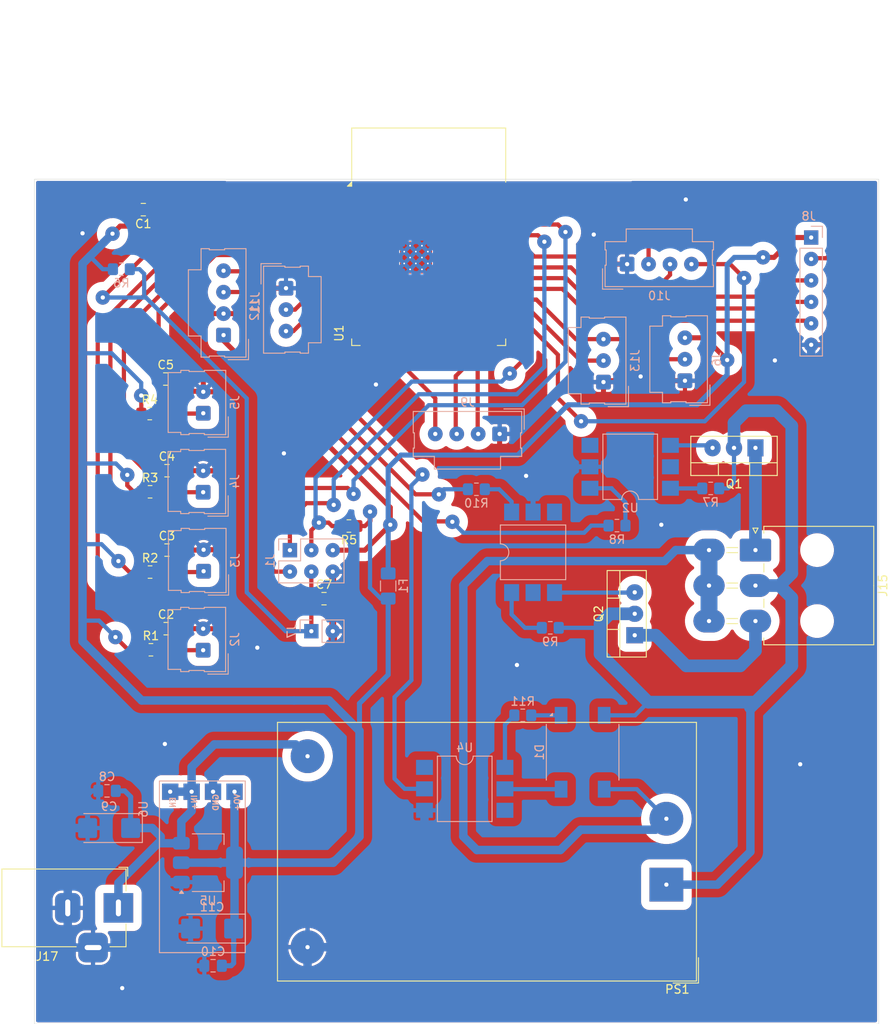
<source format=kicad_pcb>
(kicad_pcb (version 20240108) (generator "pcbnew") (generator_version "8.0")
  (layers (0 "F.Cu" signal) (31 "B.Cu" signal) (34 "B.Paste" user) (35 "F.Paste" user) (36 "B.SilkS" user "B.Silkscreen") (37 "F.SilkS" user "F.Silkscreen") (38 "B.Mask" user) (39 "F.Mask" user) (44 "Edge.Cuts" user))
  (net 0 "")
  (net 1 "+3.3V")
  (net 2 "GND")
  (net 3 "/In1")
  (net 4 "/In2")
  (net 5 "/In3")
  (net 6 "/In4")
  (net 7 "/EN")
  (net 8 "Net-(PS1-+Vout)")
  (net 9 "/NEUTRO")
  (net 10 "Net-(D1--)")
  (net 11 "/FASE")
  (net 12 "/380V")
  (net 13 "/D_led")
  (net 14 "+3.3V_fused")
  (net 15 "/DTR")
  (net 16 "/TXD0")
  (net 17 "/RXD0")
  (net 18 "/CE")
  (net 19 "/CLK")
  (net 20 "/MOSI")
  (net 21 "/MISO")
  (net 22 "/IN_A_N")
  (net 23 "/IN_A_P")
  (net 24 "/EN_A")
  (net 25 "/IN_B_N")
  (net 26 "/EN_B")
  (net 27 "/IN_B_P")
  (net 28 "/SDA")
  (net 29 "/SCL")
  (net 30 "/DAC_P")
  (net 31 "/RX2")
  (net 32 "Net-(Q1-G)")
  (net 33 "Net-(Q2-G)")
  (net 34 "Net-(R7-Pad1)")
  (net 35 "Net-(R8-Pad2)")
  (net 36 "/TRIAC_A")
  (net 37 "Net-(R9-Pad1)")
  (net 38 "Net-(R10-Pad2)")
  (net 39 "/TRIAC_B")
  (net 40 "Net-(R11-Pad2)")
  (net 41 "/DAC_N")
  (net 54 "/ZERO")
  (net 56 "Net-(J15-Pin_1)")
  (net 57 "Net-(J15-Pin_3)")
  (footprint "Resistor_SMD:R_0805_2012Metric_Pad1.20x1.40mm_HandSolder" (layer "F.Cu") (at 113.7 91.5)
    (property "Reference" "R2")
    (property "Value" "10K")
  )
  (footprint "Capacitor_SMD:C_0805_2012Metric_Pad1.18x1.45mm_HandSolder" (layer "F.Cu") (at 115.55 68.65)
    (property "Reference" "C5")
    (property "Value" "100nF")
  )
  (footprint "Package_TO_SOT_THT:TO-220-3_Vertical" (layer "F.Cu") (at 185.4 76.8 180)
    (property "Reference" "Q1")
    (property "Value" "BTA16-800B")
  )
  (footprint "Package_TO_SOT_THT:TO-220-3_Vertical" (layer "F.Cu") (at 171.1 98.98 90)
    (property "Reference" "Q2")
    (property "Value" "BTA16-800B")
  )
  (footprint "Capacitor_SMD:C_0805_2012Metric_Pad1.18x1.45mm_HandSolder" (layer "F.Cu") (at 112.9 48.6 180)
    (property "Reference" "C1")
    (property "Value" "10uF")
  )
  (footprint "Resistor_SMD:R_0805_2012Metric_Pad1.20x1.40mm_HandSolder" (layer "F.Cu") (at 113.8 100.7)
    (property "Reference" "R1")
    (property "Value" "10K")
  )
  (footprint "Capacitor_SMD:C_0805_2012Metric_Pad1.18x1.45mm_HandSolder" (layer "F.Cu") (at 134.3 94.65)
    (property "Reference" "C7")
    (property "Value" "100nF")
  )
  (footprint "Connector_BarrelJack:BarrelJack_Horizontal" (layer "F.Cu") (at 109.95 131.25)
    (property "Reference" "J17")
    (property "Value" "In12V")
  )
  (footprint "Resistor_SMD:R_0805_2012Metric_Pad1.20x1.40mm_HandSolder" (layer "F.Cu") (at 137.25 86.05 180)
    (property "Reference" "R5")
    (property "Value" "10K")
  )
  (footprint "RF_Module:ESP32-WROOM-32D" (layer "F.Cu") (at 146.7 54.8)
    (property "Reference" "U1")
    (property "Value" "ESP32-WROOM-32D")
  )
  (footprint "Resistor_SMD:R_0805_2012Metric_Pad1.20x1.40mm_HandSolder" (layer "F.Cu") (at 113.6625 72.74)
    (property "Reference" "R4")
    (property "Value" "10K")
  )
  (footprint "Connector_Molex:Molex_Mini-Fit_Jr_5569-06A2_2x03_P4.20mm_Horizontal" (layer "F.Cu") (at 185.4 88.9 -90)
    (property "Reference" "J15")
    (property "Value" "TRIAC_220VAC")
  )
  (footprint "Resistor_SMD:R_0805_2012Metric_Pad1.20x1.40mm_HandSolder" (layer "F.Cu") (at 113.7 82)
    (property "Reference" "R3")
    (property "Value" "10K")
  )
  (footprint "Converter_ACDC:Converter_ACDC_Hi-Link_HLK-10Mxx" (layer "F.Cu") (at 174.85 128.5 180)
    (property "Reference" "PS1")
    (property "Value" "HLK-10M05")
  )
  (footprint "Capacitor_SMD:C_0805_2012Metric_Pad1.18x1.45mm_HandSolder" (layer "F.Cu") (at 115.6 98.2)
    (property "Reference" "C2")
    (property "Value" "100nF")
  )
  (footprint "Capacitor_SMD:C_0805_2012Metric_Pad1.18x1.45mm_HandSolder" (layer "F.Cu") (at 115.7 88.9)
    (property "Reference" "C3")
    (property "Value" "100nF")
  )
  (footprint "Capacitor_SMD:C_0805_2012Metric_Pad1.18x1.45mm_HandSolder" (layer "F.Cu") (at 115.7 79.5)
    (property "Reference" "C4")
    (property "Value" "100nF")
  )
  (footprint "Capacitor_SMD:C_0805_2012Metric_Pad1.18x1.45mm_HandSolder" (layer "B.Cu") (at 121.1625 138.1 180)
    (property "Reference" "C10")
    (property "Value" "100nF")
  )
  (footprint "Resistor_SMD:R_0805_2012Metric_Pad1.20x1.40mm_HandSolder" (layer "B.Cu") (at 169 86)
    (property "Reference" "R8")
    (property "Value" "220")
  )
  (footprint "Connector_Molex:Molex_SL_171971-0003_1x03_P2.54mm_Vertical" (layer "B.Cu") (at 177.05 68.85 90)
    (property "Reference" "J6")
    (property "Value" "LED")
  )
  (footprint "Package_DIP:SMDIP-6_W9.53mm" (layer "B.Cu") (at 150.965 117.16 180)
    (property "Reference" "U4")
    (property "Value" "4N25")
  )
  (footprint "Connector_Molex:Molex_SL_171971-0002_1x02_P2.54mm_Vertical" (layer "B.Cu") (at 120.0375 91.4 90)
    (property "Reference" "J3")
    (property "Value" "Input2")
  )
  (footprint "Connector_Molex:Molex_SL_171971-0004_1x04_P2.54mm_Vertical" (layer "B.Cu") (at 122.4 63.45 90)
    (property "Reference" "J11")
    (property "Value" "I2C")
  )
  (footprint "Connector_Molex:Molex_SL_171971-0004_1x04_P2.54mm_Vertical" (layer "B.Cu") (at 155.1 75.15 180)
    (property "Reference" "J9")
    (property "Value" "Motor_A")
  )
  (footprint "Package_TO_SOT_SMD:SOT-223-3_TabPin2" (layer "B.Cu") (at 120.55 125.9)
    (property "Reference" "U5")
    (property "Value" "AMS1117-3.3")
  )
  (footprint "Resistor_SMD:R_0805_2012Metric_Pad1.20x1.40mm_HandSolder" (layer "B.Cu") (at 152.35 81.7)
    (property "Reference" "R10")
    (property "Value" "220")
  )
  (footprint "Connector_Molex:Molex_SL_171971-0004_1x04_P2.54mm_Vertical" (layer "B.Cu") (at 170.2 55.05)
    (property "Reference" "J10")
    (property "Value" "Motor_B")
  )
  (footprint "Connector_Molex:Molex_SL_171971-0002_1x02_P2.54mm_Vertical" (layer "B.Cu") (at 119.9875 100.75 90)
    (property "Reference" "J2")
    (property "Value" "Input1")
  )
  (footprint "Fuse:Fuse_1206_3216Metric_Pad1.42x1.75mm_HandSolder" (layer "B.Cu") (at 141.9 93.15 90)
    (property "Reference" "F1")
    (property "Value" "500mA")
  )
  (footprint "Capacitor_SMD:C_0805_2012Metric_Pad1.18x1.45mm_HandSolder" (layer "B.Cu") (at 108.6 117.4 180)
    (property "Reference" "C8")
    (property "Value" "100nF")
  )
  (footprint "Connector_Molex:Molex_SL_171971-0002_1x02_P2.54mm_Vertical" (layer "B.Cu") (at 120 72.7 90)
    (property "Reference" "J5")
    (property "Value" "Input4")
  )
  (footprint "Diode_SMD:Diode_Bridge_Vishay_DFS" (layer "B.Cu") (at 164.93 112.83 -90)
    (property "Reference" "D1")
    (property "Value" "MBL108S")
  )
  (footprint "Resistor_SMD:R_0805_2012Metric_Pad1.20x1.40mm_HandSolder" (layer "B.Cu") (at 157.84 108.46 180)
    (property "Reference" "R11")
    (property "Value" "120K")
  )
  (footprint "v0.1:HW-613" (layer "B.Cu") (at 124.97 116.23 -90)
    (property "Reference" "U6")
    (property "Value" "HW-613")
  )
  (footprint "Connector_Molex:Molex_SL_171971-0002_1x02_P2.54mm_Vertical" (layer "B.Cu") (at 119.9875 82.05 90)
    (property "Reference" "J4")
    (property "Value" "Input3")
  )
  (footprint "Resistor_SMD:R_0805_2012Metric_Pad1.20x1.40mm_HandSolder" (layer "B.Cu") (at 180.1 81.6)
    (property "Reference" "R7")
    (property "Value" "1K")
  )
  (footprint "Resistor_SMD:R_0805_2012Metric_Pad1.20x1.40mm_HandSolder" (layer "B.Cu") (at 110.3 55.65)
    (property "Reference" "R6")
    (property "Value" "10K")
  )
  (footprint "Package_DIP:SMDIP-6_W9.53mm" (layer "B.Cu") (at 159.06 89.165 -90)
    (property "Reference" "U3" (hide yes))
    (property "Value" "MOC3041M")
  )
  (footprint "Resistor_SMD:R_0805_2012Metric_Pad1.20x1.40mm_HandSolder" (layer "B.Cu") (at 161.1 98.1)
    (property "Reference" "R9")
    (property "Value" "1K")
  )
  (footprint "Connector_Molex:Molex_SL_171971-0003_1x03_P2.54mm_Vertical" (layer "B.Cu") (at 129.8 57.9 -90)
    (property "Reference" "J12")
    (property "Value" "DAC")
  )
  (footprint "Package_DIP:SMDIP-6_W9.53mm" (layer "B.Cu") (at 170.565 79.04)
    (property "Reference" "U2")
    (property "Value" "MOC3041M")
  )
  (footprint "Connector_PinHeader_2.54mm:PinHeader_2x03_P2.54mm_Vertical" (layer "B.Cu") (at 130.26 88.91 -90)
    (property "Reference" "J1")
    (property "Value" "PROG")
  )
  (footprint "Connector_PinHeader_2.54mm:PinHeader_1x02_P2.54mm_Vertical" (layer "B.Cu") (at 132.8 98.5 -90)
    (property "Reference" "J7")
    (property "Value" "Reset")
  )
  (footprint "Connector_Molex:Molex_SL_171971-0003_1x03_P2.54mm_Vertical" (layer "B.Cu") (at 167.4 69.01 90)
    (property "Reference" "J13")
    (property "Value" "UART2")
  )
  (footprint "Connector_PinHeader_2.54mm:PinHeader_1x06_P2.54mm_Vertical" (layer "B.Cu") (at 192 51.9 180)
    (property "Reference" "J8")
    (property "Value" "SPI")
  )
  (footprint "Capacitor_Tantalum_SMD:CP_EIA-6032-28_Kemet-C_Pad2.25x2.35mm_HandSolder" (layer "B.Cu") (at 108.85 121.8 180)
    (property "Reference" "C9")
    (property "Value" "47uFxx35V")
  )
  (footprint "Capacitor_Tantalum_SMD:CP_EIA-6032-28_Kemet-C_Pad2.25x2.35mm_HandSolder" (layer "B.Cu") (at 121.05 133.7 180)
    (property "Reference" "C11")
    (property "Value" "22uFx16V")
  )
  (gr_rect (start 136.6 45.55) (end 139.45 46.35) (stroke (width 0.2)) (fill solid) (layer "F.Cu") (net 2))
  (gr_rect (start 154.05 45.6) (end 156.9 46.4) (stroke (width 0.2)) (fill solid) (layer "F.Cu") (net 2))
  (gr_rect (start 100 45) (end 200 145) (stroke (width 0.05)) (fill none) (layer "Edge.Cuts"))
  (segment (start 112.6625 72.74) (end 112.6625 70.6125) (width 0.5) (layer "F.Cu") (net 1))
  (segment (start 117.48 47.82) (end 137.95 47.82) (width 0.6) (layer "F.Cu") (net 1))
  (segment (start 138.25 86.05) (end 139.15 86.05) (width 0.5) (layer "F.Cu") (net 1))
  (segment (start 139.15 86.05) (end 139.75 85.45) (width 0.5) (layer "F.Cu") (net 1))
  (segment (start 112.8 100.7) (end 111.1 100.7) (width 0.5) (layer "F.Cu") (net 1))
  (segment (start 112.7 91.5) (end 111.25 91.5) (width 0.5) (layer "F.Cu") (net 1))
  (segment (start 112.6625 70.6125) (end 112.65 70.6) (width 0.5) (layer "F.Cu") (net 1))
  (segment (start 109.25 51.45) (end 110.15 50.55) (width 0.6) (layer "F.Cu") (net 1))
  (segment (start 139.75 85.45) (end 139.75 84.35) (width 0.6) (layer "F.Cu") (net 1))
  (segment (start 111 81.25) (end 111 80) (width 0.5) (layer "F.Cu") (net 1))
  (segment (start 114.75 50.55) (end 116.3 49) (width 0.6) (layer "F.Cu") (net 1))
  (segment (start 112.7 82) (end 111.75 82) (width 0.5) (layer "F.Cu") (net 1))
  (segment (start 110.15 50.55) (end 114.75 50.55) (width 0.6) (layer "F.Cu") (net 1))
  (segment (start 115.95 49.35) (end 115.2 48.6) (width 0.6) (layer "F.Cu") (net 1))
  (segment (start 111.75 82) (end 111 81.25) (width 0.5) (layer "F.Cu") (net 1))
  (segment (start 116.3 49) (end 117.48 47.82) (width 0.6) (layer "F.Cu") (net 1))
  (segment (start 115.2 48.6) (end 113.9375 48.6) (width 0.6) (layer "F.Cu") (net 1))
  (segment (start 111.1 100.7) (end 109.6 99.2) (width 0.5) (layer "F.Cu") (net 1))
  (segment (start 111.25 91.5) (end 109.95 90.2) (width 0.5) (layer "F.Cu") (net 1))
  (via (at 109.95 90.2) (size 1.7) (drill 0.5) (layers "F.Cu" "B.Cu") (net 1))
  (via (at 112.65 70.6) (size 1.7) (drill 0.5) (layers "F.Cu" "B.Cu") (net 1))
  (via (at 109.6 99.2) (size 1.7) (drill 0.5) (layers "F.Cu" "B.Cu") (net 1))
  (via (at 111 80) (size 1.7) (drill 0.5) (layers "F.Cu" "B.Cu") (net 1))
  (via (at 109.25 51.45) (size 1.7) (drill 0.5) (layers "F.Cu" "B.Cu") (net 1))
  (via (at 139.75 84.35) (size 1.7) (drill 0.5) (layers "F.Cu" "B.Cu") (net 1))
  (segment (start 138.5 110.3) (end 138.5 107.05) (width 0.6) (layer "B.Cu") (net 1))
  (segment (start 105.7 55) (end 106.575 54.125) (width 1) (layer "B.Cu") (net 1))
  (segment (start 141.025001 94.6375) (end 139.75 93.362499) (width 0.5) (layer "B.Cu") (net 1))
  (segment (start 109.15 65.6) (end 105.7 65.6) (width 0.5) (layer "B.Cu") (net 1))
  (segment (start 141.9 94.6375) (end 141.025001 94.6375) (width 0.5) (layer "B.Cu") (net 1))
  (segment (start 112.65 69.1) (end 109.15 65.6) (width 0.5) (layer "B.Cu") (net 1))
  (segment (start 107.65 97.25) (end 105.7 97.25) (width 0.5) (layer "B.Cu") (net 1))
  (segment (start 105.7 78.65) (end 109.65 78.65) (width 0.5) (layer "B.Cu") (net 1))
  (segment (start 123.7 125.9) (end 123.7 117.5) (width 1) (layer "B.Cu") (net 1))
  (segment (start 134.9 106.7) (end 138.5 110.3) (width 1) (layer "B.Cu") (net 1))
  (segment (start 117.4 125.9) (end 123.7 125.9) (width 1) (layer "B.Cu") (net 1))
  (segment (start 109.3 55.65) (end 108.1 55.65) (width 0.5) (layer "B.Cu") (net 1))
  (segment (start 139.75 93.362499) (end 139.75 84.35) (width 0.5) (layer "B.Cu") (net 1))
  (segment (start 106.575 54.125) (end 108.225001 52.474999) (width 1) (layer "B.Cu") (net 1))
  (segment (start 105.7 65.6) (end 105.7 55) (width 1) (layer "B.Cu") (net 1))
  (segment (start 108.1 55.65) (end 106.575 54.125) (width 0.5) (layer "B.Cu") (net 1))
  (segment (start 105.7 78.65) (end 105.7 88.2) (width 1) (layer "B.Cu") (net 1))
  (segment (start 135.4 125.9) (end 123.7 125.9) (width 1) (layer "B.Cu") (net 1))
  (segment (start 109.25 51.45) (end 108.225001 52.474999) (width 1) (layer "B.Cu") (net 1))
  (segment (start 130.75 106.7) (end 134.9 106.7) (width 1) (layer "B.Cu") (net 1))
  (segment (start 105.7 65.6) (end 105.7 78.65) (width 1) (layer "B.Cu") (net 1))
  (segment (start 112.65 70.6) (end 112.65 69.1) (width 0.5) (layer "B.Cu") (net 1))
  (segment (start 105.7 97.25) (end 105.7 99.7) (width 1) (layer "B.Cu") (net 1))
  (segment (start 122.2 138.1) (end 123.3 138.1) (width 0.6) (layer "B.Cu") (net 1))
  (segment (start 109.6 99.2) (end 107.65 97.25) (width 0.5) (layer "B.Cu") (net 1))
  (segment (start 123.7 133.6) (end 123.6 133.7) (width 1) (layer "B.Cu") (net 1))
  (segment (start 138.5 122.8) (end 135.4 125.9) (width 1) (layer "B.Cu") (net 1))
  (segment (start 109.65 78.65) (end 111 80) (width 0.5) (layer "B.Cu") (net 1))
  (segment (start 107.95 88.2) (end 109.95 90.2) (width 0.5) (layer "B.Cu") (net 1))
  (segment (start 123.7 125.9) (end 123.7 133.6) (width 1) (layer "B.Cu") (net 1))
  (segment (start 123.3 138.1) (end 123.6 137.8) (width 0.6) (layer "B.Cu") (net 1))
  (segment (start 108.474999 52.474999) (end 108.225001 52.474999) (width 0.6) (layer "B.Cu") (net 1))
  (segment (start 123.6 137.8) (end 123.6 133.7) (width 0.6) (layer "B.Cu") (net 1))
  (segment (start 105.7 88.2) (end 105.7 97.25) (width 1) (layer "B.Cu") (net 1))
  (segment (start 141.9 103.65) (end 141.9 94.6375) (width 0.6) (layer "B.Cu") (net 1))
  (segment (start 138.5 110.3) (end 138.5 122.8) (width 1) (layer "B.Cu") (net 1))
  (segment (start 105.7 99.7) (end 112.7 106.7) (width 1) (layer "B.Cu") (net 1))
  (segment (start 112.7 106.7) (end 130.75 106.7) (width 1) (layer "B.Cu") (net 1))
  (segment (start 105.7 88.2) (end 107.95 88.2) (width 0.5) (layer "B.Cu") (net 1))
  (segment (start 138.5 107.05) (end 141.9 103.65) (width 0.6) (layer "B.Cu") (net 1))
  (segment (start 166.25 52.8) (end 166.25 51.550002) (width 0.6) (layer "F.Cu") (net 2))
  (segment (start 155.45 46.55) (end 176.3 46.55) (width 0.6) (layer "F.Cu") (net 2))
  (segment (start 123.875 105.875) (end 128.8 100.95) (width 1) (layer "F.Cu") (net 2))
  (segment (start 135.34 98.5) (end 135.34 94.6525) (width 0.8) (layer "F.Cu") (net 2))
  (segment (start 115.45 111.85) (end 117.9 111.85) (width 1) (layer "F.Cu") (net 2))
  (segment (start 140.99 64.31) (end 140.99 72.19) (width 0.6) (layer "F.Cu") (net 2))
  (segment (start 122.4 60.91) (end 120.84 60.91) (width 0.6) (layer "F.Cu") (net 2))
  (segment (start 120 61.75) (end 120 70.16) (width 0.6) (layer "F.Cu") (net 2))
  (segment (start 140.99 72.19) (end 147.95 79.15) (width 0.6) (layer "F.Cu") (net 2))
  (segment (start 110.6 48.6) (end 109.55 47.55) (width 0.6) (layer "F.Cu") (net 2))
  (segment (start 154.875 76.875) (end 154.05 77.7) (width 0.6) (layer "F.Cu") (net 2))
  (segment (start 157.1 102.5) (end 157.15 102.5) (width 0.8) (layer "F.Cu") (net 2))
  (segment (start 157.27 79.15) (end 158.235 80.115) (width 0.6) (layer "F.Cu") (net 2))
  (segment (start 155.1 76.65) (end 154.875 76.875) (width 0.6) (layer "F.Cu") (net 2))
  (segment (start 194.2 64.6) (end 197.3 61.5) (width 0.6) (layer "F.Cu") (net 2))
  (segment (start 197.3 49.55) (end 195.15 47.4) (width 0.6) (layer "F.Cu") (net 2))
  (segment (start 122.7 89.7) (end 122.7 96.9) (width 0.6) (layer "F.Cu") (net 2))
  (segment (start 105.7 51.4) (end 108.5 48.6) (width 0.6) (layer "F.Cu") (net 2))
  (segment (start 122.65 104.65) (end 123.875 105.875) (width 0.6) (layer "F.Cu") (net 2))
  (segment (start 116.7375 79.5) (end 119.9775 79.5) (width 0.6) (layer "F.Cu") (net 2))
  (segment (start 122.4 60.91) (end 124.54 60.91) (width 0.6) (layer "F.Cu") (net 2))
  (segment (start 170.2 55.05) (end 168.5 55.05) (width 0.6) (layer "F.Cu") (net 2))
  (segment (start 118.0375 70.1) (end 119.94 70.1) (width 0.6) (layer "F.Cu") (net 2))
  (segment (start 195.15 47.4) (end 177.15 47.4) (width 0.6) (layer "F.Cu") (net 2))
  (segment (start 168.5 55.05) (end 166.25 52.8) (width 0.6) (layer "F.Cu") (net 2))
  (segment (start 116.7375 88.9) (end 119.9975 88.9) (width 0.6) (layer "F.Cu") (net 2))
  (segment (start 135.34 94.6525) (end 135.3375 94.65) (width 0.8) (layer "F.Cu") (net 2))
  (segment (start 154.05 79.15) (end 157.27 79.15) (width 0.6) (layer "F.Cu") (net 2))
  (segment (start 122.65 99.47) (end 122.65 104.65) (width 0.6) (layer "F.Cu") (net 2))
  (segment (start 167.56 68.85) (end 167.4 69.01) (width 1) (layer "F.Cu") (net 2))
  (segment (start 121.86 88.86) (end 122.7 89.7) (width 0.6) (layer "F.Cu") (net 2))
  (segment (start 147.95 79.15) (end 154.05 79.15) (width 0.6) (layer "F.Cu") (net 2))
  (segment (start 176.3 46.55) (end 177.15 47.4) (width 0.6) (layer "F.Cu") (net 2))
  (segment (start 145.9 52.87) (end 145.9 46.55) (width 0.6) (layer "F.Cu") (net 2))
  (segment (start 154.05 77.7) (end 154.05 79.15) (width 0.6) (layer "F.Cu") (net 2))
  (segment (start 135.3375 91.4525) (end 135.34 91.45) (width 0.8) (layer "F.Cu") (net 2))
  (segment (start 135.3375 94.65) (end 135.3375 91.4525) (width 0.8) (layer "F.Cu") (net 2))
  (segment (start 119.9975 88.9) (end 120.0375 88.86) (width 0.6) (layer "F.Cu") (net 2))
  (segment (start 122.7 96.9) (end 121.39 98.21) (width 0.6) (layer "F.Cu") (net 2))
  (segment (start 119.9775 79.5) (end 119.9875 79.51) (width 0.6) (layer "F.Cu") (net 2))
  (segment (start 122.7 80.7) (end 121.51 79.51) (width 0.6) (layer "F.Cu") (net 2))
  (segment (start 164.85 77.15) (end 155.15 77.15) (width 0.6) (layer "F.Cu") (net 2))
  (segment (start 121.51 79.51) (end 119.9875 79.51) (width 0.6) (layer "F.Cu") (net 2))
  (segment (start 121.59 79.51) (end 119.9875 79.51) (width 0.6) (layer "F.Cu") (net 2))
  (segment (start 135.34 100.26) (end 135.34 98.5) (width 1) (layer "F.Cu") (net 2))
  (segment (start 120.0375 88.86) (end 121.64 88.86) (width 0.6) (layer "F.Cu") (net 2))
  (segment (start 155.15 77.15) (end 154.875 76.875) (width 0.6) (layer "F.Cu") (net 2))
  (segment (start 111.8625 48.6) (end 110.6 48.6) (width 0.6) (layer "F.Cu") (net 2))
  (segment (start 121.64 88.86) (end 122.7 87.8) (width 0.6) (layer "F.Cu") (net 2))
  (segment (start 128.8 100.95) (end 134.65 100.95) (width 1) (layer "F.Cu") (net 2))
  (segment (start 119.94 70.1) (end 120 70.16) (width 0.6) (layer "F.Cu") (net 2))
  (segment (start 121.76 70.16) (end 122.7 71.1) (width 0.6) (layer "F.Cu") (net 2))
  (segment (start 120.84 60.91) (end 120 61.75) (width 0.6) (layer "F.Cu") (net 2))
  (segment (start 155.1 75.15) (end 155.1 76.65) (width 0.6) (layer "F.Cu") (net 2))
  (segment (start 121.39 98.21) (end 119.9875 98.21) (width 0.6) (layer "F.Cu") (net 2))
  (segment (start 109.4 47.7) (end 108.5 48.6) (width 0.6) (layer "F.Cu") (net 2))
  (segment (start 121.39 98.21) (end 122.65 99.47) (width 0.6) (layer "F.Cu") (net 2))
  (segment (start 117.9 111.85) (end 123.875 105.875) (width 1) (layer "F.Cu") (net 2))
  (segment (start 122.7 78.4) (end 121.59 79.51) (width 0.6) (layer "F.Cu") (net 2))
  (segment (start 116.6375 98.2) (end 119.9775 98.2) (width 0.6) (layer "F.Cu") (net 2))
  (segment (start 167.4 74.6) (end 164.85 77.15) (width 0.6) (layer "F.Cu") (net 2))
  (segment (start 122.7 87.8) (end 122.7 80.7) (width 0.6) (layer "F.Cu") (net 2))
  (segment (start 140.99 61.96) (end 140.99 64.31) (width 0.6) (layer "F.Cu") (net 2))
  (segment (start 197.3 61.5) (end 197.3 49.55) (width 0.6) (layer "F.Cu") (net 2))
  (segment (start 116.5875 68.65) (end 118.0375 70.1) (width 0.6) (layer "F.Cu") (net 2))
  (segment (start 167.4 69.01) (end 167.4 74.6) (width 0.6) (layer "F.Cu") (net 2))
  (segment (start 119.9775 98.2) (end 119.9875 98.21) (width 0.6) (layer "F.Cu") (net 2))
  (segment (start 155.45 46.55) (end 145.9 46.55) (width 0.6) (layer "F.Cu") (net 2))
  (segment (start 124.54 60.91) (end 127.55 57.9) (width 0.6) (layer "F.Cu") (net 2))
  (segment (start 120.0375 88.86) (end 121.86 88.86) (width 0.6) (layer "F.Cu") (net 2))
  (segment (start 192 64.6) (end 194.2 64.6) (width 0.6) (layer "F.Cu") (net 2))
  (segment (start 110.55 46.55) (end 109.4 47.7) (width 0.6) (layer "F.Cu") (net 2))
  (segment (start 127.55 57.9) (end 129.8 57.9) (width 0.6) (layer "F.Cu") (net 2))
  (segment (start 110.55 46.55) (end 145.9 46.55) (width 0.6) (layer "F.Cu") (net 2))
  (segment (start 120 70.16) (end 121.76 70.16) (width 0.6) (layer "F.Cu") (net 2))
  (segment (start 177.05 68.85) (end 167.56 68.85) (width 0.6) (layer "F.Cu") (net 2))
  (segment (start 134.65 100.95) (end 135.34 100.26) (width 1) (layer "F.Cu") (net 2))
  (segment (start 122.7 71.1) (end 122.7 78.4) (width 0.6) (layer "F.Cu") (net 2))
  (segment (start 145.2 54.27) (end 145.2 57.75) (width 0.6) (layer "F.Cu") (net 2))
  (segment (start 145.2 57.75) (end 140.99 61.96) (width 0.6) (layer "F.Cu") (net 2))
  (via (at 126.4 100.45) (size 1.7) (drill 0.5) (layers "F.Cu" "B.Cu") (net 2))
  (via (at 177.15 47.4) (size 1.7) (drill 0.5) (layers "F.Cu" "B.Cu") (net 2))
  (via (at 105.7 51.4) (size 1.7) (drill 0.5) (layers "F.Cu" "B.Cu") (net 2))
  (via (at 166.25 51.550002) (size 1.7) (drill 0.5) (layers "F.Cu" "B.Cu") (net 2))
  (via (at 140.45 69.3) (size 1.7) (drill 0.5) (layers "F.Cu" "B.Cu") (net 2))
  (via (at 115.45 111.85) (size 1.7) (drill 0.5) (layers "F.Cu" "B.Cu") (net 2))
  (via (at 171.8 68.35) (size 1.7) (drill 0.5) (layers "F.Cu" "B.Cu") (net 2))
  (via (at 187.7 66.45) (size 1.7) (drill 0.5) (layers "F.Cu" "B.Cu") (net 2))
  (via (at 190.7 114.25) (size 1.7) (drill 0.5) (layers "F.Cu" "B.Cu") (net 2))
  (via (at 157.15 102.5) (size 1.7) (drill 0.5) (layers "F.Cu" "B.Cu") (net 2))
  (via (at 110.4 140.75) (size 1.7) (drill 0.5) (layers "F.Cu" "B.Cu") (net 2))
  (via (at 158.235 80.115) (size 1.7) (drill 0.5) (layers "F.Cu" "B.Cu") (net 2))
  (via (at 174.25 85.9) (size 1.7) (drill 0.5) (layers "F.Cu" "B.Cu") (net 2))
  (via (at 129.55 77.45) (size 1.7) (drill 0.5) (layers "F.Cu" "B.Cu") (net 2))
  (segment (start 146.2 119.7) (end 146.2 131.3) (width 1) (layer "B.Cu") (net 2))
  (segment (start 103.95 135.15) (end 103.95 131.25) (width 1) (layer "B.Cu") (net 2))
  (segment (start 127.3 114.5) (end 122.2 114.5) (width 1) (layer "B.Cu") (net 2))
  (segment (start 119.1 138.1) (end 118.5 137.5) (width 0.6) (layer "B.Cu") (net 2))
  (segment (start 115.45 109.2) (end 115.45 111.85) (width 1) (layer "B.Cu") (net 2))
  (segment (start 102.6 54.5) (end 102.6 113.7) (width 1) (layer "B.Cu") (net 2))
  (segment (start 121.16 115.54) (end 121.16 117.5) (width 1) (layer "B.Cu") (net 2))
  (segment (start 117.4 128.2) (end 115.8 128.2) (width 1) (layer "B.Cu") (net 2))
  (segment (start 107.5625 117.4) (end 106.8 117.4) (width 0.6) (layer "B.Cu") (net 2))
  (segment (start 118.75 142.9) (end 179.8 142.9) (width 1) (layer "B.Cu") (net 2))
  (segment (start 111.8 135.95) (end 118.75 142.9) (width 1) (layer "B.Cu") (net 2))
  (segment (start 118.5 133.7) (end 115 133.7) (width 1) (layer "B.Cu") (net 2))
  (segment (start 115 129) (end 115 133.7) (width 1) (layer "B.Cu") (net 2))
  (segment (start 141.6 135.9) (end 132.35 135.9) (width 1) (layer "B.Cu") (net 2))
  (segment (start 103.95 124.15) (end 103.95 121.6) (width 1) (layer "B.Cu") (net 2))
  (segment (start 159.06 80.94) (end 160.96 79.04) (width 0.6) (layer "B.Cu") (net 2))
  (segment (start 192 66.6) (end 192 64.6) (width 1) (layer "B.Cu") (net 2))
  (segment (start 146.2 131.3) (end 141.6 135.9) (width 1) (layer "B.Cu") (net 2))
  (segment (start 129.8 117) (end 127.3 114.5) (width 1) (layer "B.Cu") (net 2))
  (segment (start 159.06 84.4) (end 159.06 80.94) (width 0.6) (layer "B.Cu") (net 2))
  (segment (start 136.2 115.1) (end 134.3 117) (width 1) (layer "B.Cu") (net 2))
  (segment (start 103.95 115.05) (end 104.5 114.5) (width 1) (layer "B.Cu") (net 2))
  (segment (start 174.15 50.4) (end 167.400002 50.4) (width 0.6) (layer "B.Cu") (net 2))
  (segment (start 134.3 117) (end 129.8 117) (width 1) (layer "B.Cu") (net 2))
  (segment (start 135.3375 91.4525) (end 135.34 91.45) (width 0.6) (layer "B.Cu") (net 2))
  (segment (start 106.3 117.9) (end 106.3 121.8) (width 0.6) (layer "B.Cu") (net 2))
  (segment (start 106.3 121.8) (end 104.15 121.8) (width 1) (layer "B.Cu") (net 2))
  (segment (start 195.45 127.25) (end 195.45 70.05) (width 1) (layer "B.Cu") (net 2))
  (segment (start 195.45 70.05) (end 192 66.6) (width 1) (layer "B.Cu") (net 2))
  (segment (start 179.8 142.9) (end 195.45 127.25) (width 1) (layer "B.Cu") (net 2))
  (segment (start 106.95 135.95) (end 104.75 135.95) (width 1) (layer "B.Cu") (net 2))
  (segment (start 128 142.9) (end 129.85 142.9) (width 1) (layer "B.Cu") (net 2))
  (segment (start 115.45 109.2) (end 134.1 109.2) (width 1) (layer "B.Cu") (net 2))
  (segment (start 177.15 47.4) (end 174.15 50.4) (width 0.6) (layer "B.Cu") (net 2))
  (segment (start 111.8 135.95) (end 114.2 135.95) (width 1) (layer "B.Cu") (net 2))
  (segment (start 159.06 80.94) (end 158.235 80.115) (width 0.6) (layer "B.Cu") (net 2))
  (segment (start 103.95 131.25) (end 103.95 124.15) (width 1) (layer "B.Cu") (net 2))
  (segment (start 136.2 111.3) (end 136.2 115.1) (width 1) (layer "B.Cu") (net 2))
  (segment (start 103.95 121.6) (end 103.95 115.05) (width 1) (layer "B.Cu") (net 2))
  (segment (start 106.95 135.95) (end 111.8 135.95) (width 1) (layer "B.Cu") (net 2))
  (segment (start 160.96 79.04) (end 165.8 79.04) (width 0.6) (layer "B.Cu") (net 2))
  (segment (start 106.8 117.4) (end 106.3 117.9) (width 0.6) (layer "B.Cu") (net 2))
  (segment (start 120.125 138.1) (end 119.1 138.1) (width 0.6) (layer "B.Cu") (net 2))
  (segment (start 115 135.15) (end 114.2 135.95) (width 1) (layer "B.Cu") (net 2))
  (segment (start 122.2 114.5) (end 121.16 115.54) (width 1) (layer "B.Cu") (net 2))
  (segment (start 105.7 51.4) (end 102.6 54.5) (width 1) (layer "B.Cu") (net 2))
  (segment (start 104.5 114.5) (end 109.8 109.2) (width 1) (layer "B.Cu") (net 2))
  (segment (start 167.400002 50.4) (end 166.25 51.550002) (width 0.6) (layer "B.Cu") (net 2))
  (segment (start 134.1 109.2) (end 136.2 111.3) (width 1) (layer "B.Cu") (net 2))
  (segment (start 109.8 109.2) (end 115.45 109.2) (width 1) (layer "B.Cu") (net 2))
  (segment (start 132.35 140.4) (end 132.35 135.9) (width 1) (layer "B.Cu") (net 2))
  (segment (start 115.8 128.2) (end 115 129) (width 1) (layer "B.Cu") (net 2))
  (segment (start 104.75 135.95) (end 103.95 135.15) (width 1) (layer "B.Cu") (net 2))
  (segment (start 102.6 113.7) (end 103.95 115.05) (width 1) (layer "B.Cu") (net 2))
  (segment (start 115 133.7) (end 115 135.15) (width 1) (layer "B.Cu") (net 2))
  (segment (start 135.34 94.6525) (end 135.3375 94.65) (width 0.6) (layer "B.Cu") (net 2))
  (segment (start 129.85 142.9) (end 132.35 140.4) (width 1) (layer "B.Cu") (net 2))
  (segment (start 118.5 137.5) (end 118.5 133.7) (width 0.6) (layer "B.Cu") (net 2))
  (segment (start 104.15 121.8) (end 103.95 121.6) (width 1) (layer "B.Cu") (net 2))
  (segment (start 119.64 50.36) (end 107.5 62.5) (width 0.5) (layer "F.Cu") (net 3))
  (segment (start 113.3 98.2) (end 114.5625 98.2) (width 0.5) (layer "F.Cu") (net 3))
  (segment (start 114.5625 98.2) (end 114.5625 100.4625) (width 0.5) (layer "F.Cu") (net 3))
  (segment (start 107.5 92.4) (end 113.3 98.2) (width 0.5) (layer "F.Cu") (net 3))
  (segment (start 114.5625 100.4625) (end 114.8 100.7) (width 0.5) (layer "F.Cu") (net 3))
  (segment (start 137.95 50.36) (end 119.64 50.36) (width 0.5) (layer "F.Cu") (net 3))
  (segment (start 107.5 62.5) (end 107.5 92.4) (width 0.5) (layer "F.Cu") (net 3))
  (segment (start 119.9875 100.75) (end 114.85 100.75) (width 0.5) (layer "F.Cu") (net 3))
  (segment (start 114.85 100.75) (end 114.8 100.7) (width 0.5) (layer "F.Cu") (net 3))
  (segment (start 109 62.75) (end 109 83.2375) (width 0.5) (layer "F.Cu") (net 4))
  (segment (start 114.6625 88.9) (end 114.6625 91.4625) (width 0.5) (layer "F.Cu") (net 4))
  (segment (start 114.6625 91.4625) (end 114.7 91.5) (width 0.5) (layer "F.Cu") (net 4))
  (segment (start 109 83.2375) (end 114.6625 88.9) (width 0.5) (layer "F.Cu") (net 4))
  (segment (start 119.9375 91.5) (end 120.0375 91.4) (width 0.5) (layer "F.Cu") (net 4))
  (segment (start 120.12 51.63) (end 109 62.75) (width 0.5) (layer "F.Cu") (net 4))
  (segment (start 137.95 51.63) (end 120.12 51.63) (width 0.5) (layer "F.Cu") (net 4))
  (segment (start 114.7 91.5) (end 119.9375 91.5) (width 0.5) (layer "F.Cu") (net 4))
  (segment (start 110.6 76.95) (end 113.15 79.5) (width 0.5) (layer "F.Cu") (net 5))
  (segment (start 119.9875 82.05) (end 114.75 82.05) (width 0.5) (layer "F.Cu") (net 5))
  (segment (start 113.15 79.5) (end 114.6625 79.5) (width 0.5) (layer "F.Cu") (net 5))
  (segment (start 114.7 82) (end 114.7 79.5375) (width 0.5) (layer "F.Cu") (net 5))
  (segment (start 114.75 82.05) (end 114.7 82) (width 0.5) (layer "F.Cu") (net 5))
  (segment (start 114.7 79.5375) (end 114.6625 79.5) (width 0.5) (layer "F.Cu") (net 5))
  (segment (start 110.6 63) (end 110.6 76.95) (width 0.5) (layer "F.Cu") (net 5))
  (segment (start 137.95 52.9) (end 120.7 52.9) (width 0.5) (layer "F.Cu") (net 5))
  (segment (start 120.7 52.9) (end 110.6 63) (width 0.5) (layer "F.Cu") (net 5))
  (segment (start 114.8625 72.54) (end 114.6625 72.74) (width 0.5) (layer "F.Cu") (net 6))
  (segment (start 137.751263 53.971263) (end 137.95 54.17) (width 0.5) (layer "F.Cu") (net 6))
  (segment (start 114.7125 60.6875) (end 121.428737 53.971263) (width 0.5) (layer "F.Cu") (net 6))
  (segment (start 114.8625 69) (end 114.8625 72.54) (width 0.5) (layer "F.Cu") (net 6))
  (segment (start 114.7125 68.45) (end 114.7125 60.6875) (width 0.5) (layer "F.Cu") (net 6))
  (segment (start 114.6625 72.74) (end 119.96 72.74) (width 0.5) (layer "F.Cu") (net 6))
  (segment (start 114.5125 68.65) (end 114.8625 69) (width 0.5) (layer "F.Cu") (net 6))
  (segment (start 114.5125 68.65) (end 114.7125 68.45) (width 0.5) (layer "F.Cu") (net 6))
  (segment (start 119.96 72.74) (end 120 72.7) (width 0.5) (layer "F.Cu") (net 6))
  (segment (start 121.428737 53.971263) (end 137.751263 53.971263) (width 0.5) (layer "F.Cu") (net 6))
  (segment (start 132.8 98.5) (end 132.8 95.1125) (width 0.5) (layer "F.Cu") (net 7))
  (segment (start 132.8 91.45) (end 132.8 94.1875) (width 0.5) (layer "F.Cu") (net 7))
  (segment (start 132.8 94.1875) (end 133.2625 94.65) (width 0.5) (layer "F.Cu") (net 7))
  (segment (start 137.95 49.09) (end 118.01 49.09) (width 0.5) (layer "F.Cu") (net 7))
  (segment (start 132.8 95.1125) (end 133.2625 94.65) (width 0.5) (layer "F.Cu") (net 7))
  (segment (start 118.01 49.09) (end 108.100001 58.999999) (width 0.5) (layer "F.Cu") (net 7))
  (via (at 108.100001 58.999999) (size 1.7) (drill 0.5) (layers "F.Cu" "B.Cu") (net 7))
  (segment (start 132.8 98.375) (end 133.1375 98.0375) (width 0.5) (layer "B.Cu") (net 7))
  (segment (start 125.15 70.95) (end 113.199999 58.999999) (width 0.5) (layer "B.Cu") (net 7))
  (segment (start 132.8 98.5) (end 129.75 98.5) (width 0.5) (layer "B.Cu") (net 7))
  (segment (start 125.15 93.9) (end 125.15 70.95) (width 0.5) (layer "B.Cu") (net 7))
  (segment (start 113.199999 58.999999) (end 108.100001 58.999999) (width 0.5) (layer "B.Cu") (net 7))
  (segment (start 113 56.2) (end 113 58.8) (width 0.5) (layer "B.Cu") (net 7))
  (segment (start 112.45 55.65) (end 113 56.2) (width 0.5) (layer "B.Cu") (net 7))
  (segment (start 132.8 98.5) (end 132.8 98.375) (width 0.5) (layer "B.Cu") (net 7))
  (segment (start 111.3 55.65) (end 112.45 55.65) (width 0.5) (layer "B.Cu") (net 7))
  (segment (start 129.75 98.5) (end 125.15 93.9) (width 0.5) (layer "B.Cu") (net 7))
  (segment (start 113 58.8) (end 113.199999 58.999999) (width 0.5) (layer "B.Cu") (net 7))
  (segment (start 117.4 123.6) (end 117.4 121) (width 1) (layer "B.Cu") (net 8))
  (segment (start 118.62 119.78) (end 118.62 117.5) (width 1) (layer "B.Cu") (net 8))
  (segment (start 111.4 121.8) (end 113.95 121.8) (width 1) (layer "B.Cu") (net 8))
  (segment (start 117.4 121) (end 118.62 119.78) (width 1) (layer "B.Cu") (net 8))
  (segment (start 113.95 121.8) (end 114.95 122.8) (width 1) (layer "B.Cu") (net 8))
  (segment (start 110.7 117.4) (end 111.4 118.1) (width 0.6) (layer "B.Cu") (net 8))
  (segment (start 130.95 111.9) (end 121.3 111.9) (width 1) (layer "B.Cu") (net 8))
  (segment (start 114.95 123.6) (end 117.4 123.6) (width 1) (layer "B.Cu") (net 8))
  (segment (start 114.65 123.6) (end 114.95 123.6) (width 1) (layer "B.Cu") (net 8))
  (segment (start 116.08 117.5) (end 118.62 117.5) (width 1) (layer "B.Cu") (net 8))
  (segment (start 109.95 131.25) (end 109.95 128.3) (width 1) (layer "B.Cu") (net 8))
  (segment (start 121.3 111.9) (end 118.62 114.58) (width 1) (layer "B.Cu") (net 8))
  (segment (start 109.6375 117.4) (end 110.7 117.4) (width 0.6) (layer "B.Cu") (net 8))
  (segment (start 114.95 122.8) (end 114.95 123.6) (width 1) (layer "B.Cu") (net 8))
  (segment (start 132.35 113.3) (end 130.95 111.9) (width 0.5) (layer "B.Cu") (net 8))
  (segment (start 118.62 114.58) (end 118.62 117.5) (width 1) (layer "B.Cu") (net 8))
  (segment (start 111.4 118.1) (end 111.4 121.8) (width 0.6) (layer "B.Cu") (net 8))
  (segment (start 109.95 128.3) (end 114.65 123.6) (width 1) (layer "B.Cu") (net 8))
  (segment (start 179.9 93.1) (end 179.9 97.3) (width 2) (layer "B.Cu") (net 9))
  (segment (start 153.65 90.2) (end 150.8 93.05) (width 1) (layer "B.Cu") (net 9))
  (segment (start 175.95 88.9) (end 174.65 90.2) (width 1) (layer "B.Cu") (net 9))
  (segment (start 171.35 117.2) (end 174.85 120.7) (width 0.5) (layer "B.Cu") (net 9))
  (segment (start 174.65 90.2) (end 153.65 90.2) (width 1) (layer "B.Cu") (net 9))
  (segment (start 150.8 93.05) (end 150.8 122.8) (width 1) (layer "B.Cu") (net 9))
  (segment (start 164.7 122) (end 173.55 122) (width 1) (layer "B.Cu") (net 9))
  (segment (start 152.4 124.4) (end 162.3 124.4) (width 1) (layer "B.Cu") (net 9))
  (segment (start 150.8 122.8) (end 152.4 124.4) (width 1) (layer "B.Cu") (net 9))
  (segment (start 173.55 122) (end 174.85 120.7) (width 1) (layer "B.Cu") (net 9))
  (segment (start 179.9 88.9) (end 179.9 93.1) (width 2) (layer "B.Cu") (net 9))
  (segment (start 167.48 117.2) (end 171.35 117.2) (width 0.5) (layer "B.Cu") (net 9))
  (segment (start 162.3 124.4) (end 164.7 122) (width 1) (layer "B.Cu") (net 9))
  (segment (start 179.9 88.9) (end 175.95 88.9) (width 1) (layer "B.Cu") (net 9))
  (segment (start 162.38 117.2) (end 155.77 117.2) (width 0.5) (layer "B.Cu") (net 10))
  (segment (start 155.77 117.2) (end 155.73 117.16) (width 0.5) (layer "B.Cu") (net 10))
  (segment (start 188.25 93.1) (end 189.7 91.65) (width 1.5) (layer "B.Cu") (net 11))
  (segment (start 187.9 72.4) (end 184.3 72.4) (width 1.5) (layer "B.Cu") (net 11))
  (segment (start 189.7 102.6) (end 185.4 106.9) (width 1.5) (layer "B.Cu") (net 11))
  (segment (start 162.1 98.1) (end 166.5 98.1) (width 0.5) (layer "B.Cu") (net 11))
  (segment (start 185.4 106.9) (end 172.7 106.9) (width 1.5) (layer "B.Cu") (net 11))
  (segment (start 182.86 73.84) (end 182.86 76.8) (width 1.5) (layer "B.Cu") (net 11))
  (segment (start 174.85 128.5) (end 180.9 128.5) (width 1) (layer "B.Cu") (net 11))
  (segment (start 171.14 108.46) (end 172.7 106.9) (width 0.5) (layer "B.Cu") (net 11))
  (segment (start 188.25 93.1) (end 189.7 94.55) (width 1.5) (layer "B.Cu") (net 11))
  (segment (start 189.7 74.2) (end 187.9 72.4) (width 1.5) (layer "B.Cu") (net 11))
  (segment (start 181.1 81.6) (end 182.15 81.6) (width 0.5) (layer "B.Cu") (net 11))
  (segment (start 180.9 128.5) (end 184.8 124.6) (width 1) (layer "B.Cu") (net 11))
  (segment (start 167.48 108.46) (end 171.14 108.46) (width 0.5) (layer "B.Cu") (net 11))
  (segment (start 189.7 91.65) (end 189.7 74.2) (width 1.5) (layer "B.Cu") (net 11))
  (segment (start 167 97.6) (end 168.16 96.44) (width 1.5) (layer "B.Cu") (net 11))
  (segment (start 182.86 80.89) (end 182.86 76.8) (width 0.5) (layer "B.Cu") (net 11))
  (segment (start 167 101.2) (end 167 97.6) (width 1.5) (layer "B.Cu") (net 11))
  (segment (start 166.5 98.1) (end 167 97.6) (width 0.5) (layer "B.Cu") (net 11))
  (segment (start 168.16 96.44) (end 171.1 96.44) (width 1.5) (layer "B.Cu") (net 11))
  (segment (start 185.4 93.1) (end 188.25 93.1) (width 1.5) (layer "B.Cu") (net 11))
  (segment (start 184.8 107.5) (end 185.4 106.9) (width 1.5) (layer "B.Cu") (net 11))
  (segment (start 182.15 81.6) (end 182.86 80.89) (width 0.5) (layer "B.Cu") (net 11))
  (segment (start 189.7 94.55) (end 189.7 102.6) (width 1.5) (layer "B.Cu") (net 11))
  (segment (start 184.8 124.6) (end 184.8 107.5) (width 1) (layer "B.Cu") (net 11))
  (segment (start 172.7 106.9) (end 167 101.2) (width 1.5) (layer "B.Cu") (net 11))
  (segment (start 184.3 72.4) (end 182.86 73.84) (width 1.5) (layer "B.Cu") (net 11))
  (segment (start 162.38 108.46) (end 158.84 108.46) (width 0.5) (layer "B.Cu") (net 12))
  (segment (start 155.365 59.25) (end 159.45 59.25) (width 0.5) (layer "F.Cu") (net 13))
  (segment (start 171.87 63.93) (end 174.25 66.31) (width 0.5) (layer "F.Cu") (net 13))
  (segment (start 164.13 63.93) (end 167.4 63.93) (width 0.5) (layer "F.Cu") (net 13))
  (segment (start 159.45 59.25) (end 164.13 63.93) (width 0.5) (layer "F.Cu") (net 13))
  (segment (start 167.4 63.93) (end 171.87 63.93) (width 0.5) (layer "F.Cu") (net 13))
  (segment (start 174.25 66.31) (end 177.05 66.31) (width 0.5) (layer "F.Cu") (net 13))
  (segment (start 122.4 63.45) (end 122.4 64.1) (width 0.6) (layer "F.Cu") (net 14))
  (segment (start 142.15 83.85) (end 142.15 85.9) (width 0.6) (layer "F.Cu") (net 14))
  (segment (start 187.6 54.25) (end 186.3 54.25) (width 0.6) (layer "F.Cu") (net 14))
  (segment (start 189.95 51.9) (end 187.6 54.25) (width 0.6) (layer "F.Cu") (net 14))
  (segment (start 179.419998 63.77) (end 182.049998 66.4) (width 0.6) (layer "F.Cu") (net 14))
  (segment (start 139.14 88.91) (end 142.15 85.9) (width 0.6) (layer "F.Cu") (net 14))
  (segment (start 135.34 88.91) (end 139.14 88.91) (width 0.6) (layer "F.Cu") (net 14))
  (segment (start 177.05 63.77) (end 179.419998 63.77) (width 0.6) (layer "F.Cu") (net 14))
  (segment (start 192 51.9) (end 189.95 51.9) (width 0.6) (layer "F.Cu") (net 14))
  (segment (start 122.4 64.1) (end 142.15 83.85) (width 0.6) (layer "F.Cu") (net 14))
  (via (at 142.15 85.9) (size 1.7) (drill 0.5) (layers "F.Cu" "B.Cu") (net 14))
  (via (at 182.049998 66.4) (size 1.7) (drill 0.5) (layers "F.Cu" "B.Cu") (net 14))
  (via (at 186.3 54.25) (size 1.7) (drill 0.5) (layers "F.Cu" "B.Cu") (net 14))
  (segment (start 141.900002 85.999998) (end 142.050002 85.999998) (width 1) (layer "B.Cu") (net 14))
  (segment (start 135.39 88.91) (end 135.4 88.9) (width 1) (layer "B.Cu") (net 14))
  (segment (start 182.9 54.25) (end 182.049998 55.100002) (width 0.6) (layer "B.Cu") (net 14))
  (segment (start 141.9 79.15) (end 143.4 77.65) (width 0.6) (layer "B.Cu") (net 14))
  (segment (start 142.050002 85.999998) (end 142.15 85.9) (width 1) (layer "B.Cu") (net 14))
  (segment (start 157.25 77.65) (end 163.2 71.7) (width 0.6) (layer "B.Cu") (net 14))
  (segment (start 186.3 54.25) (end 182.9 54.25) (width 0.6) (layer "B.Cu") (net 14))
  (segment (start 163.2 71.7) (end 178.5 71.7) (width 0.6) (layer "B.Cu") (net 14))
  (segment (start 182.049998 68.150002) (end 182.049998 66.4) (width 0.6) (layer "B.Cu") (net 14))
  (segment (start 143.4 77.65) (end 157.25 77.65) (width 0.6) (layer "B.Cu") (net 14))
  (segment (start 141.9 91.6625) (end 141.9 79.15) (width 0.6) (layer "B.Cu") (net 14))
  (segment (start 178.5 71.7) (end 182.049998 68.150002) (width 0.6) (layer "B.Cu") (net 14))
  (segment (start 182.049998 55.100002) (end 182.049998 66.4) (width 0.6) (layer "B.Cu") (net 14))
  (segment (start 135.34 88.91) (end 135.39 88.91) (width 1) (layer "B.Cu") (net 14))
  (segment (start 134.85 85.65) (end 133.7 85.65) (width 0.5) (layer "F.Cu") (net 15))
  (segment (start 135.25 86.05) (end 134.85 85.65) (width 0.5) (layer "F.Cu") (net 15))
  (segment (start 158.2 66.1) (end 158.2 63.86) (width 0.5) (layer "F.Cu") (net 15))
  (segment (start 156.3 68) (end 158.2 66.1) (width 0.5) (layer "F.Cu") (net 15))
  (segment (start 158.2 63.86) (end 157.4 63.06) (width 0.5) (layer "F.Cu") (net 15))
  (segment (start 132.8 88.91) (end 132.8 86.55) (width 0.5) (layer "F.Cu") (net 15))
  (segment (start 136.25 86.05) (end 135.25 86.05) (width 0.5) (layer "F.Cu") (net 15))
  (segment (start 157.4 63.06) (end 155.45 63.06) (width 0.5) (layer "F.Cu") (net 15))
  (segment (start 132.8 86.55) (end 133.7 85.65) (width 0.5) (layer "F.Cu") (net 15))
  (via (at 133.7 85.65) (size 1.7) (drill 0.5) (layers "F.Cu" "B.Cu") (net 15))
  (via (at 156.3 68) (size 1.7) (drill 0.5) (layers "F.Cu" "B.Cu") (net 15))
  (segment (start 144.7 68.95) (end 133.3 80.35) (width 0.5) (layer "B.Cu") (net 15))
  (segment (start 156.3 68) (end 155.35 68.95) (width 0.5) (layer "B.Cu") (net 15))
  (segment (start 155.35 68.95) (end 144.7 68.95) (width 0.5) (layer "B.Cu") (net 15))
  (segment (start 133.3 80.35) (end 133.3 85.25) (width 0.5) (layer "B.Cu") (net 15))
  (segment (start 133.3 85.25) (end 133.7 85.65) (width 0.5) (layer "B.Cu") (net 15))
  (segment (start 162.01 50.36) (end 162.9 51.25) (width 0.5) (layer "F.Cu") (net 16))
  (segment (start 137.75 82.25) (end 137.3 81.8) (width 0.5) (layer "F.Cu") (net 16))
  (segment (start 131.35 81.55) (end 137.1 81.55) (width 0.5) (layer "F.Cu") (net 16))
  (segment (start 137.8 82.25) (end 137.75 82.25) (width 0.5) (layer "F.Cu") (net 16))
  (segment (start 130.26 91.45) (end 128.45 91.45) (width 0.5) (layer "F.Cu") (net 16))
  (segment (start 127.75 85.15) (end 131.35 81.55) (width 0.5) (layer "F.Cu") (net 16))
  (segment (start 155.45 50.36) (end 162.01 50.36) (width 0.5) (layer "F.Cu") (net 16))
  (segment (start 137.1 81.55) (end 137.8 82.25) (width 0.5) (layer "F.Cu") (net 16))
  (segment (start 127.75 90.75) (end 127.75 85.15) (width 0.5) (layer "F.Cu") (net 16))
  (segment (start 128.45 91.45) (end 127.75 90.75) (width 0.5) (layer "F.Cu") (net 16))
  (via (at 162.9 51.25) (size 1.7) (drill 0.5) (layers "F.Cu" "B.Cu") (net 16))
  (via (at 137.8 82.25) (size 1.7) (drill 0.5) (layers "F.Cu" "B.Cu") (net 16))
  (segment (start 137.8 80.65) (end 146.7 71.75) (width 0.5) (layer "B.Cu") (net 16))
  (segment (start 157.75 71.75) (end 162.9 66.6) (width 0.5) (layer "B.Cu") (net 16))
  (segment (start 146.7 71.75) (end 157.75 71.75) (width 0.5) (layer "B.Cu") (net 16))
  (segment (start 137.8 82.25) (end 137.8 80.65) (width 0.5) (layer "B.Cu") (net 16))
  (segment (start 162.9 66.6) (end 162.9 51.25) (width 0.5) (layer "B.Cu") (net 16))
  (segment (start 135.25 83.35) (end 132.2 83.35) (width 0.5) (layer "F.Cu") (net 17))
  (segment (start 130.26 85.29) (end 130.26 88.91) (width 0.5) (layer "F.Cu") (net 17))
  (segment (start 135.45 83.55) (end 135.25 83.35) (width 0.5) (layer "F.Cu") (net 17))
  (segment (start 155.45 51.63) (end 159.63 51.63) (width 0.5) (layer "F.Cu") (net 17))
  (segment (start 132.2 83.35) (end 130.26 85.29) (width 0.5) (layer "F.Cu") (net 17))
  (segment (start 159.63 51.63) (end 160.4 52.4) (width 0.5) (layer "F.Cu") (net 17))
  (via (at 135.45 83.55) (size 1.7) (drill 0.5) (layers "F.Cu" "B.Cu") (net 17))
  (via (at 160.4 52.4) (size 1.7) (drill 0.5) (layers "F.Cu" "B.Cu") (net 17))
  (segment (start 157.15 70.45) (end 160.4 67.2) (width 0.5) (layer "B.Cu") (net 17))
  (segment (start 160.4 67.2) (end 160.4 52.4) (width 0.5) (layer "B.Cu") (net 17))
  (segment (start 135.45 80.525) (end 145.525 70.45) (width 0.5) (layer "B.Cu") (net 17))
  (segment (start 135.45 83.55) (end 135.45 80.525) (width 0.5) (layer "B.Cu") (net 17))
  (segment (start 145.525 70.45) (end 157.15 70.45) (width 0.5) (layer "B.Cu") (net 17))
  (segment (start 192 62.06) (end 192.35 62.41) (width 0.5) (layer "F.Cu") (net 18))
  (segment (start 191.69 61.75) (end 192 62.06) (width 0.5) (layer "F.Cu") (net 18))
  (segment (start 162.53 57.98) (end 166.3 61.75) (width 0.5) (layer "F.Cu") (net 18))
  (segment (start 155.45 57.98) (end 162.53 57.98) (width 0.5) (layer "F.Cu") (net 18))
  (segment (start 166.3 61.75) (end 191.69 61.75) (width 0.5) (layer "F.Cu") (net 18))
  (segment (start 166.6 60.3) (end 163.01 56.71) (width 0.5) (layer "F.Cu") (net 19))
  (segment (start 187.93 59.52) (end 187.15 60.3) (width 0.5) (layer "F.Cu") (net 19))
  (segment (start 187.15 60.3) (end 166.6 60.3) (width 0.5) (layer "F.Cu") (net 19))
  (segment (start 192 59.52) (end 187.93 59.52) (width 0.5) (layer "F.Cu") (net 19))
  (segment (start 163.01 56.71) (end 155.45 56.71) (width 0.5) (layer "F.Cu") (net 19))
  (segment (start 155.45 47.82) (end 155.47 47.8) (width 0.5) (layer "F.Cu") (net 20))
  (segment (start 172.7 47.8) (end 174.3 49.4) (width 0.5) (layer "F.Cu") (net 20))
  (segment (start 194.35 53.8) (end 193.8 54.35) (width 0.5) (layer "F.Cu") (net 20))
  (segment (start 194.35 50.35) (end 194.35 53.8) (width 0.5) (layer "F.Cu") (net 20))
  (segment (start 193.8 54.35) (end 192.09 54.35) (width 0.5) (layer "F.Cu") (net 20))
  (segment (start 155.47 47.8) (end 172.7 47.8) (width 0.5) (layer "F.Cu") (net 20))
  (segment (start 192.09 54.35) (end 192 54.44) (width 0.5) (layer "F.Cu") (net 20))
  (segment (start 193.4 49.4) (end 194.35 50.35) (width 0.5) (layer "F.Cu") (net 20))
  (segment (start 174.3 49.4) (end 193.4 49.4) (width 0.5) (layer "F.Cu") (net 20))
  (segment (start 188.32 56.98) (end 186.4 58.9) (width 0.5) (layer "F.Cu") (net 21))
  (segment (start 167 58.9) (end 163.54 55.44) (width 0.5) (layer "F.Cu") (net 21))
  (segment (start 192 56.98) (end 188.32 56.98) (width 0.5) (layer "F.Cu") (net 21))
  (segment (start 163.54 55.44) (end 155.45 55.44) (width 0.5) (layer "F.Cu") (net 21))
  (segment (start 186.4 58.9) (end 167 58.9) (width 0.5) (layer "F.Cu") (net 21))
  (segment (start 152.5 75.09) (end 152.5 64.39) (width 0.5) (layer "F.Cu") (net 22))
  (segment (start 152.56 75.15) (end 152.5 75.09) (width 0.5) (layer "F.Cu") (net 22))
  (segment (start 152.5 64.39) (end 152.42 64.31) (width 0.5) (layer "F.Cu") (net 22))
  (segment (start 151.15 67.05) (end 151.15 64.31) (width 0.5) (layer "F.Cu") (net 23))
  (segment (start 150.02 75.15) (end 149.9 75.03) (width 0.5) (layer "F.Cu") (net 23))
  (segment (start 149.9 75.03) (end 149.9 68.3) (width 0.5) (layer "F.Cu") (net 23))
  (segment (start 149.9 68.3) (end 151.15 67.05) (width 0.5) (layer "F.Cu") (net 23))
  (segment (start 142.26 65.71) (end 147.48 70.93) (width 0.5) (layer "F.Cu") (net 24))
  (segment (start 142.26 64.31) (end 142.26 65.71) (width 0.5) (layer "F.Cu") (net 24))
  (segment (start 147.48 70.93) (end 147.48 75.15) (width 0.5) (layer "F.Cu") (net 24))
  (segment (start 172.74 51.04) (end 170.79 49.09) (width 0.5) (layer "F.Cu") (net 25))
  (segment (start 172.74 55.05) (end 172.74 51.04) (width 0.5) (layer "F.Cu") (net 25))
  (segment (start 170.79 49.09) (end 155.45 49.09) (width 0.5) (layer "F.Cu") (net 25))
  (segment (start 155.45 61.79) (end 158.015 61.79) (width 0.5) (layer "F.Cu") (net 26))
  (segment (start 162 70.9) (end 164.75 73.65) (width 0.5) (layer "F.Cu") (net 26))
  (segment (start 182.4 55.05) (end 184.05 56.7) (width 0.5) (layer "F.Cu") (net 26))
  (segment (start 162 65.775) (end 162 70.9) (width 0.5) (layer "F.Cu") (net 26))
  (segment (start 158.015 61.79) (end 162 65.775) (width 0.5) (layer "F.Cu") (net 26))
  (segment (start 177.82 55.05) (end 182.4 55.05) (width 0.5) (layer "F.Cu") (net 26))
  (via (at 184.05 56.7) (size 1.7) (drill 0.5) (layers "F.Cu" "B.Cu") (net 26))
  (via (at 164.75 73.65) (size 1.7) (drill 0.5) (layers "F.Cu" "B.Cu") (net 26))
  (segment (start 184.05 69) (end 179.4 73.65) (width 0.5) (layer "B.Cu") (net 26))
  (segment (start 184.05 56.7) (end 184.05 69) (width 0.5) (layer "B.Cu") (net 26))
  (segment (start 179.4 73.65) (end 164.75 73.65) (width 0.5) (layer "B.Cu") (net 26))
  (segment (start 155.45 52.9) (end 157.95 52.9) (width 0.5) (layer "F.Cu") (net 27))
  (segment (start 174.05 57.55) (end 175.28 56.32) (width 0.5) (layer "F.Cu") (net 27))
  (segment (start 164.2 54.15) (end 167.6 57.55) (width 0.5) (layer "F.Cu") (net 27))
  (segment (start 175.28 56.32) (end 175.28 55.05) (width 0.5) (layer "F.Cu") (net 27))
  (segment (start 157.95 52.9) (end 159.2 54.15) (width 0.5) (layer "F.Cu") (net 27))
  (segment (start 159.2 54.15) (end 164.2 54.15) (width 0.5) (layer "F.Cu") (net 27))
  (segment (start 167.6 57.55) (end 174.05 57.55) (width 0.5) (layer "F.Cu") (net 27))
  (segment (start 124.85 55.9) (end 122.47 55.9) (width 0.5) (layer "F.Cu") (net 28))
  (segment (start 125.7 55.05) (end 124.85 55.9) (width 0.5) (layer "F.Cu") (net 28))
  (segment (start 132.35 55.05) (end 125.7 55.05) (width 0.5) (layer "F.Cu") (net 28))
  (segment (start 122.47 55.9) (end 122.4 55.83) (width 0.5) (layer "F.Cu") (net 28))
  (segment (start 132.74 55.44) (end 132.35 55.05) (width 0.5) (layer "F.Cu") (net 28))
  (segment (start 137.85 55.44) (end 132.74 55.44) (width 0.5) (layer "F.Cu") (net 28))
  (segment (start 124.95 58.35) (end 127.15 56.15) (width 0.5) (layer "F.Cu") (net 29))
  (segment (start 122.4 58.37) (end 122.42 58.35) (width 0.5) (layer "F.Cu") (net 29))
  (segment (start 131.65 56.15) (end 132.21 56.71) (width 0.5) (layer "F.Cu") (net 29))
  (segment (start 132.21 56.71) (end 137.85 56.71) (width 0.5) (layer "F.Cu") (net 29))
  (segment (start 122.42 58.35) (end 124.95 58.35) (width 0.5) (layer "F.Cu") (net 29))
  (segment (start 127.15 56.15) (end 131.65 56.15) (width 0.5) (layer "F.Cu") (net 29))
  (segment (start 133.32 57.98) (end 130.86 60.44) (width 0.5) (layer "F.Cu") (net 30))
  (segment (start 130.86 60.44) (end 129.8 60.44) (width 0.5) (layer "F.Cu") (net 30))
  (segment (start 137.85 57.98) (end 133.32 57.98) (width 0.5) (layer "F.Cu") (net 30))
  (segment (start 155.365 60.52) (end 158.72 60.52) (width 0.5) (layer "F.Cu") (net 31))
  (segment (start 164.67 66.47) (end 167.4 66.47) (width 0.5) (layer "F.Cu") (net 31))
  (segment (start 158.72 60.52) (end 164.67 66.47) (width 0.5) (layer "F.Cu") (net 31))
  (segment (start 180.02 76.5) (end 180.32 76.8) (width 0.5) (layer "B.Cu") (net 32))
  (segment (start 175.33 76.5) (end 180.02 76.5) (width 0.5) (layer "B.Cu") (net 32))
  (segment (start 161.6 93.93) (end 171.07 93.93) (width 0.5) (layer "B.Cu") (net 33))
  (segment (start 171.07 93.93) (end 171.1 93.9) (width 0.5) (layer "B.Cu") (net 33))
  (segment (start 179.1 81.6) (end 175.35 81.6) (width 0.5) (layer "B.Cu") (net 34))
  (segment (start 175.35 81.6) (end 175.33 81.58) (width 0.5) (layer "B.Cu") (net 34))
  (segment (start 168.37 81.62) (end 168.37 81.58) (width 0.5) (layer "B.Cu") (net 35))
  (segment (start 168.37 81.58) (end 165.8 81.58) (width 0.5) (layer "B.Cu") (net 35))
  (segment (start 170 86) (end 170 83.25) (width 0.5) (layer "B.Cu") (net 35))
  (segment (start 170 83.25) (end 168.37 81.62) (width 0.5) (layer "B.Cu") (net 35))
  (segment (start 133 72.45) (end 146.05 85.5) (width 0.5) (layer "F.Cu") (net 36))
  (segment (start 133 62.9) (end 133 72.45) (width 0.5) (layer "F.Cu") (net 36))
  (segment (start 146.05 85.5) (end 149.45 85.5) (width 0.5) (layer "F.Cu") (net 36))
  (segment (start 135.38 60.52) (end 133 62.9) (width 0.5) (layer "F.Cu") (net 36))
  (segment (start 149.45 85.5) (end 149.5 85.55) (width 0.5) (layer "F.Cu") (net 36))
  (segment (start 137.85 60.52) (end 135.38 60.52) (width 0.5) (layer "F.Cu") (net 36))
  (via (at 149.5 85.55) (size 1.7) (drill 0.5) (layers "F.Cu" "B.Cu") (net 36))
  (segment (start 165.95 86) (end 165.1 86.85) (width 0.5) (layer "B.Cu") (net 36))
  (segment (start 165.1 86.85) (end 150.8 86.85) (width 0.5) (layer "B.Cu") (net 36))
  (segment (start 168 86) (end 165.95 86) (width 0.5) (layer "B.Cu") (net 36))
  (segment (start 150.8 86.85) (end 149.5 85.55) (width 0.5) (layer "B.Cu") (net 36))
  (segment (start 156.52 96.52) (end 158.1 98.1) (width 0.5) (layer "B.Cu") (net 37))
  (segment (start 156.52 93.93) (end 156.52 96.52) (width 0.5) (layer "B.Cu") (net 37))
  (segment (start 158.1 98.1) (end 160.1 98.1) (width 0.5) (layer "B.Cu") (net 37))
  (segment (start 156.52 83.17) (end 155.05 81.7) (width 0.5) (layer "B.Cu") (net 38))
  (segment (start 155.05 81.7) (end 153.35 81.7) (width 0.5) (layer "B.Cu") (net 38))
  (segment (start 156.52 84.4) (end 156.52 83.17) (width 0.5) (layer "B.Cu") (net 38))
  (segment (start 145.15 82.3) (end 147.9 82.3) (width 0.5) (layer "F.Cu") (net 39))
  (segment (start 137.95 61.79) (end 136.36 61.79) (width 0.5) (layer "F.Cu") (net 39))
  (segment (start 134.91 72.06) (end 145.15 82.3) (width 0.5) (layer "F.Cu") (net 39))
  (segment (start 134.91 63.24) (end 134.91 72.06) (width 0.5) (layer "F.Cu") (net 39))
  (segment (start 136.36 61.79) (end 134.91 63.24) (width 0.5) (layer "F.Cu") (net 39))
  (via (at 147.9 82.3) (size 1.7) (drill 0.5) (layers "F.Cu" "B.Cu") (net 39))
  (segment (start 148.5 81.7) (end 147.9 82.3) (width 0.5) (layer "B.Cu") (net 39))
  (segment (start 151.35 81.7) (end 148.5 81.7) (width 0.5) (layer "B.Cu") (net 39))
  (segment (start 155.73 109.57) (end 156.84 108.46) (width 0.5) (layer "B.Cu") (net 40))
  (segment (start 155.73 114.62) (end 155.73 109.57) (width 0.5) (layer "B.Cu") (net 40))
  (segment (start 137.85 59.25) (end 134.4 59.25) (width 0.5) (layer "F.Cu") (net 41))
  (segment (start 134.4 59.25) (end 130.67 62.98) (width 0.5) (layer "F.Cu") (net 41))
  (segment (start 130.67 62.98) (end 129.8 62.98) (width 0.5) (layer "F.Cu") (net 41))
  (segment (start 145.15 79.95) (end 145.95 79.95) (width 0.5) (layer "F.Cu") (net 54))
  (segment (start 137.95 72.75) (end 145.15 79.95) (width 0.5) (layer "F.Cu") (net 54))
  (segment (start 137.95 63.06) (end 137.95 72.75) (width 0.5) (layer "F.Cu") (net 54))
  (via (at 145.95 79.95) (size 1.7) (drill 0.5) (layers "F.Cu" "B.Cu") (net 54))
  (segment (start 142.65 115.95) (end 142.65 106.3) (width 0.5) (layer "B.Cu") (net 54))
  (segment (start 146.2 117.16) (end 143.86 117.16) (width 0.5) (layer "B.Cu") (net 54))
  (segment (start 142.65 106.3) (end 144.65 104.3) (width 0.5) (layer "B.Cu") (net 54))
  (segment (start 144.65 104.3) (end 144.65 81.25) (width 0.5) (layer "B.Cu") (net 54))
  (segment (start 143.86 117.16) (end 142.65 115.95) (width 0.5) (layer "B.Cu") (net 54))
  (segment (start 144.65 81.25) (end 145.95 79.95) (width 0.5) (layer "B.Cu") (net 54))
  (segment (start 185.4 88.9) (end 185.4 76.8) (width 1.5) (layer "B.Cu") (net 56))
  (segment (start 183.6 102.6) (end 177.2 102.6) (width 1.5) (layer "B.Cu") (net 57))
  (segment (start 185.4 100.8) (end 183.6 102.6) (width 1.5) (layer "B.Cu") (net 57))
  (segment (start 173.58 98.98) (end 171.1 98.98) (width 1.5) (layer "B.Cu") (net 57))
  (segment (start 185.4 97.3) (end 185.4 100.8) (width 1.5) (layer "B.Cu") (net 57))
  (segment (start 177.2 102.6) (end 173.58 98.98) (width 1.5) (layer "B.Cu") (net 57))
  (zone (net 2) (net_name "GND") (layers "F&B.Cu") (priority 1) (connect_pads (clearance 1)) (min_thickness 0.4) (fill yes (thermal_gap 0.3) (thermal_bridge_width 0.5))
    (polygon (pts (xy 200 45) (xy 100 45) (xy 100 145) (xy 200 145)))
  )
  (zone (net 1) (net_name "+3.3V") (layer "B.Cu") (name "Disipador") (connect_pads (clearance 0.5)) (min_thickness 0.25) (fill yes (thermal_gap 0.5) (thermal_bridge_width 0.5))
    (polygon (pts (xy 122.5 116.2) (xy 126.9 116.2) (xy 129 118.3) (xy 140.6 118.3) (xy 140.9 132.4) (xy 130.3 132.4) (xy 128.1 136) (xy 122.1 136) (xy 120.4 131.7) (xy 120.4 120.6) (xy 120.4 119.9) (xy 122.5 119.1)))
  )
)
</source>
